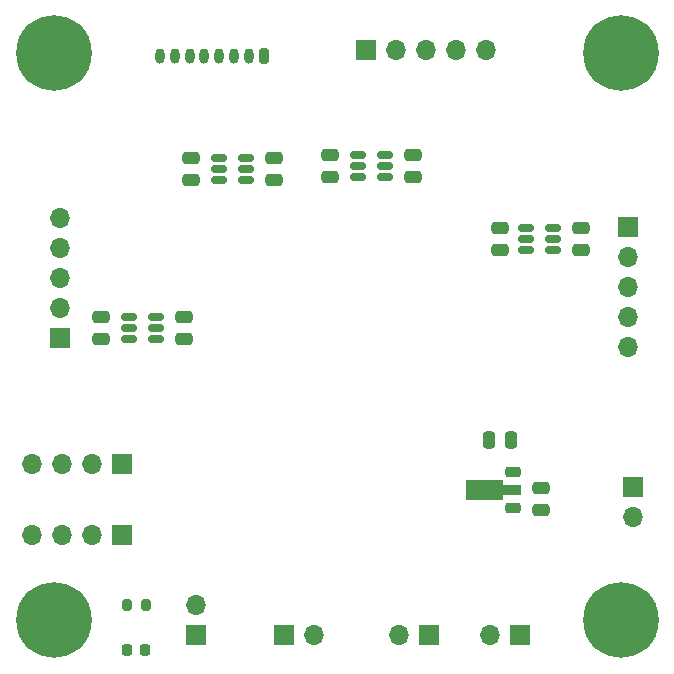
<source format=gbr>
%TF.GenerationSoftware,KiCad,Pcbnew,8.0.6*%
%TF.CreationDate,2025-03-18T14:58:07-04:00*%
%TF.ProjectId,PCB-Test,5043422d-5465-4737-942e-6b696361645f,rev?*%
%TF.SameCoordinates,Original*%
%TF.FileFunction,Soldermask,Top*%
%TF.FilePolarity,Negative*%
%FSLAX46Y46*%
G04 Gerber Fmt 4.6, Leading zero omitted, Abs format (unit mm)*
G04 Created by KiCad (PCBNEW 8.0.6) date 2025-03-18 14:58:07*
%MOMM*%
%LPD*%
G01*
G04 APERTURE LIST*
G04 Aperture macros list*
%AMRoundRect*
0 Rectangle with rounded corners*
0 $1 Rounding radius*
0 $2 $3 $4 $5 $6 $7 $8 $9 X,Y pos of 4 corners*
0 Add a 4 corners polygon primitive as box body*
4,1,4,$2,$3,$4,$5,$6,$7,$8,$9,$2,$3,0*
0 Add four circle primitives for the rounded corners*
1,1,$1+$1,$2,$3*
1,1,$1+$1,$4,$5*
1,1,$1+$1,$6,$7*
1,1,$1+$1,$8,$9*
0 Add four rect primitives between the rounded corners*
20,1,$1+$1,$2,$3,$4,$5,0*
20,1,$1+$1,$4,$5,$6,$7,0*
20,1,$1+$1,$6,$7,$8,$9,0*
20,1,$1+$1,$8,$9,$2,$3,0*%
%AMFreePoly0*
4,1,9,3.862500,-0.866500,0.737500,-0.866500,0.737500,-0.450000,-0.737500,-0.450000,-0.737500,0.450000,0.737500,0.450000,0.737500,0.866500,3.862500,0.866500,3.862500,-0.866500,3.862500,-0.866500,$1*%
G04 Aperture macros list end*
%ADD10RoundRect,0.218750X-0.218750X-0.256250X0.218750X-0.256250X0.218750X0.256250X-0.218750X0.256250X0*%
%ADD11R,1.700000X1.700000*%
%ADD12O,1.700000X1.700000*%
%ADD13RoundRect,0.250000X-0.475000X0.250000X-0.475000X-0.250000X0.475000X-0.250000X0.475000X0.250000X0*%
%ADD14RoundRect,0.150000X-0.512500X-0.150000X0.512500X-0.150000X0.512500X0.150000X-0.512500X0.150000X0*%
%ADD15RoundRect,0.200000X0.200000X0.450000X-0.200000X0.450000X-0.200000X-0.450000X0.200000X-0.450000X0*%
%ADD16O,0.800000X1.300000*%
%ADD17C,0.800000*%
%ADD18C,6.400000*%
%ADD19RoundRect,0.250000X0.250000X0.475000X-0.250000X0.475000X-0.250000X-0.475000X0.250000X-0.475000X0*%
%ADD20RoundRect,0.200000X0.200000X0.275000X-0.200000X0.275000X-0.200000X-0.275000X0.200000X-0.275000X0*%
%ADD21RoundRect,0.150000X0.512500X0.150000X-0.512500X0.150000X-0.512500X-0.150000X0.512500X-0.150000X0*%
%ADD22RoundRect,0.225000X0.425000X0.225000X-0.425000X0.225000X-0.425000X-0.225000X0.425000X-0.225000X0*%
%ADD23FreePoly0,180.000000*%
%ADD24RoundRect,0.250000X0.475000X-0.250000X0.475000X0.250000X-0.475000X0.250000X-0.475000X-0.250000X0*%
G04 APERTURE END LIST*
D10*
%TO.C,D1*%
X162175000Y-106500000D03*
X163750000Y-106500000D03*
%TD*%
D11*
%TO.C,J10*%
X161800000Y-90750000D03*
D12*
X159260000Y-90750000D03*
X156720000Y-90750000D03*
X154180000Y-90750000D03*
%TD*%
D13*
%TO.C,C6*%
X200612500Y-70800000D03*
X200612500Y-72700000D03*
%TD*%
%TO.C,C9*%
X197250000Y-92800000D03*
X197250000Y-94700000D03*
%TD*%
D11*
%TO.C,J8*%
X175500000Y-105250000D03*
D12*
X178040000Y-105250000D03*
%TD*%
D14*
%TO.C,U1*%
X170000000Y-64850000D03*
X170000000Y-65800000D03*
X170000000Y-66750000D03*
X172275000Y-66750000D03*
X172275000Y-65800000D03*
X172275000Y-64850000D03*
%TD*%
D11*
%TO.C,JP1*%
X168000000Y-105275000D03*
D12*
X168000000Y-102735000D03*
%TD*%
D11*
%TO.C,J2*%
X182420000Y-55750000D03*
D12*
X184960000Y-55750000D03*
X187500000Y-55750000D03*
X190040000Y-55750000D03*
X192580000Y-55750000D03*
%TD*%
D13*
%TO.C,C1*%
X174637500Y-64850000D03*
X174637500Y-66750000D03*
%TD*%
D15*
%TO.C,J1*%
X173750000Y-56250000D03*
D16*
X172500000Y-56250000D03*
X171250000Y-56250000D03*
X170000000Y-56250000D03*
X168750000Y-56250000D03*
X167500000Y-56250000D03*
X166250000Y-56250000D03*
X165000000Y-56250000D03*
%TD*%
D13*
%TO.C,C4*%
X186387500Y-64600000D03*
X186387500Y-66500000D03*
%TD*%
D11*
%TO.C,J4*%
X156550000Y-80075000D03*
D12*
X156550000Y-77535000D03*
X156550000Y-74995000D03*
X156550000Y-72455000D03*
X156550000Y-69915000D03*
%TD*%
D17*
%TO.C,H1*%
X153600000Y-104000000D03*
X154302944Y-102302944D03*
X154302944Y-105697056D03*
X156000000Y-101600000D03*
D18*
X156000000Y-104000000D03*
D17*
X156000000Y-106400000D03*
X157697056Y-102302944D03*
X157697056Y-105697056D03*
X158400000Y-104000000D03*
%TD*%
D14*
%TO.C,U2*%
X181750000Y-64600000D03*
X181750000Y-65550000D03*
X181750000Y-66500000D03*
X184025000Y-66500000D03*
X184025000Y-65550000D03*
X184025000Y-64600000D03*
%TD*%
D19*
%TO.C,C10*%
X194700000Y-88750000D03*
X192800000Y-88750000D03*
%TD*%
D17*
%TO.C,H3*%
X201600000Y-104000000D03*
X202302944Y-102302944D03*
X202302944Y-105697056D03*
X204000000Y-101600000D03*
D18*
X204000000Y-104000000D03*
D17*
X204000000Y-106400000D03*
X205697056Y-102302944D03*
X205697056Y-105697056D03*
X206400000Y-104000000D03*
%TD*%
%TO.C,H4*%
X201600000Y-56000000D03*
X202302944Y-54302944D03*
X202302944Y-57697056D03*
X204000000Y-53600000D03*
D18*
X204000000Y-56000000D03*
D17*
X204000000Y-58400000D03*
X205697056Y-54302944D03*
X205697056Y-57697056D03*
X206400000Y-56000000D03*
%TD*%
D11*
%TO.C,J9*%
X161750000Y-96750000D03*
D12*
X159210000Y-96750000D03*
X156670000Y-96750000D03*
X154130000Y-96750000D03*
%TD*%
D20*
%TO.C,R1*%
X163827500Y-102710000D03*
X162177500Y-102710000D03*
%TD*%
D13*
%TO.C,C2*%
X167637500Y-64850000D03*
X167637500Y-66750000D03*
%TD*%
D17*
%TO.C,H2*%
X153600000Y-56000000D03*
X154302944Y-54302944D03*
X154302944Y-57697056D03*
X156000000Y-53600000D03*
D18*
X156000000Y-56000000D03*
D17*
X156000000Y-58400000D03*
X157697056Y-54302944D03*
X157697056Y-57697056D03*
X158400000Y-56000000D03*
%TD*%
D21*
%TO.C,U4*%
X164637500Y-80200000D03*
X164637500Y-79250000D03*
X164637500Y-78300000D03*
X162362500Y-78300000D03*
X162362500Y-79250000D03*
X162362500Y-80200000D03*
%TD*%
D11*
%TO.C,J3*%
X204625000Y-70675000D03*
D12*
X204625000Y-73215000D03*
X204625000Y-75755000D03*
X204625000Y-78295000D03*
X204625000Y-80835000D03*
%TD*%
D22*
%TO.C,U5*%
X194837500Y-94500000D03*
D23*
X194750000Y-93000000D03*
D22*
X194837500Y-91500000D03*
%TD*%
D14*
%TO.C,U3*%
X195975000Y-70800000D03*
X195975000Y-71750000D03*
X195975000Y-72700000D03*
X198250000Y-72700000D03*
X198250000Y-71750000D03*
X198250000Y-70800000D03*
%TD*%
D24*
%TO.C,C8*%
X160000000Y-80200000D03*
X160000000Y-78300000D03*
%TD*%
D13*
%TO.C,C3*%
X179387500Y-64600000D03*
X179387500Y-66500000D03*
%TD*%
D11*
%TO.C,J5*%
X187775000Y-105250000D03*
D12*
X185235000Y-105250000D03*
%TD*%
D11*
%TO.C,J7*%
X205000000Y-92725000D03*
D12*
X205000000Y-95265000D03*
%TD*%
D24*
%TO.C,C7*%
X167000000Y-80200000D03*
X167000000Y-78300000D03*
%TD*%
D11*
%TO.C,J6*%
X195500000Y-105250000D03*
D12*
X192960000Y-105250000D03*
%TD*%
D13*
%TO.C,C5*%
X193750000Y-70800000D03*
X193750000Y-72700000D03*
%TD*%
M02*

</source>
